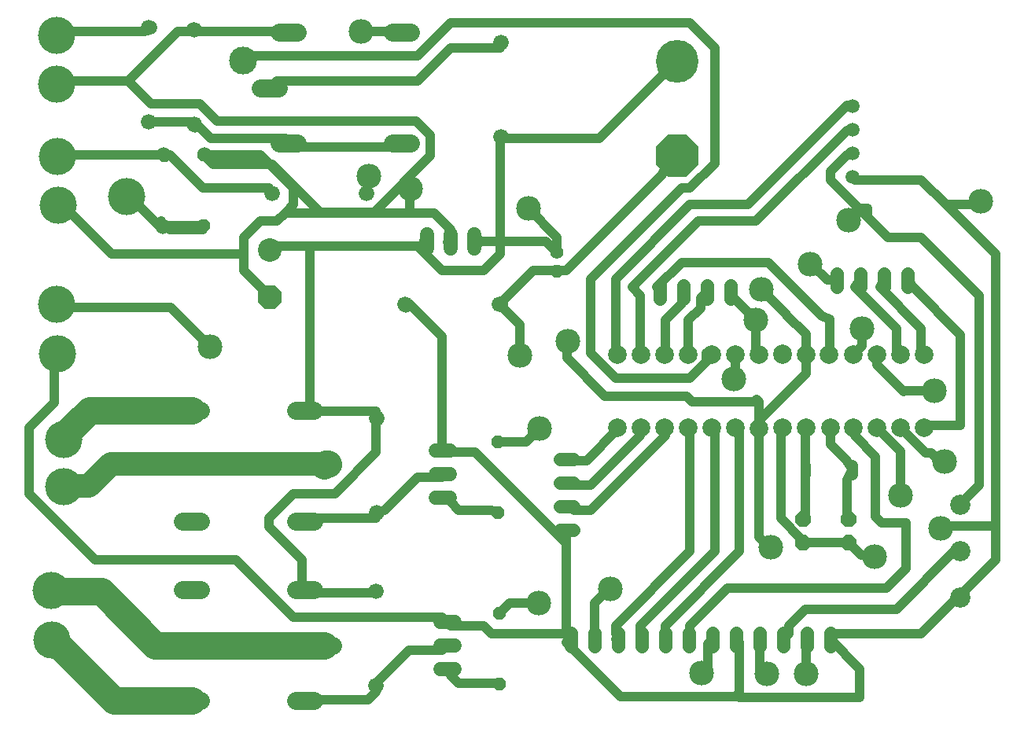
<source format=gbr>
G04 EAGLE Gerber RS-274X export*
G75*
%MOMM*%
%FSLAX34Y34*%
%LPD*%
%INBottom Copper*%
%IPPOS*%
%AMOC8*
5,1,8,0,0,1.08239X$1,22.5*%
G01*
%ADD10C,1.676400*%
%ADD11C,1.950000*%
%ADD12C,1.981200*%
%ADD13C,4.597400*%
%ADD14P,4.976180X8X292.500000*%
%ADD15C,1.524000*%
%ADD16P,1.539592X8X292.500000*%
%ADD17C,1.422400*%
%ADD18C,2.540000*%
%ADD19P,2.749271X8X292.500000*%
%ADD20R,1.298000X1.298000*%
%ADD21C,1.298000*%
%ADD22C,1.117600*%
%ADD23P,1.814519X8X292.500000*%
%ADD24C,1.508000*%
%ADD25C,1.422400*%
%ADD26P,1.429621X8X292.500000*%
%ADD27P,1.429621X8X112.500000*%
%ADD28C,2.184400*%
%ADD29C,1.016000*%
%ADD30C,2.667000*%
%ADD31C,3.000000*%
%ADD32C,2.540000*%
%ADD33C,4.000000*%
%ADD34C,3.000000*%
%ADD35C,1.206400*%
%ADD36C,2.000000*%
%ADD37C,1.000000*%
%ADD38C,1.500000*%


D10*
X226314Y813054D03*
X226314Y711454D03*
X359410Y634238D03*
X461010Y634238D03*
X275336Y810260D03*
X275336Y708660D03*
D11*
X127000Y803910D03*
X127000Y753110D03*
X127000Y673100D03*
X127000Y622300D03*
D12*
X346456Y748030D02*
X366268Y748030D01*
X366776Y688340D02*
X386588Y688340D01*
X386588Y807720D02*
X366776Y807720D01*
X488696Y807720D02*
X508508Y807720D01*
X508508Y688340D02*
X488696Y688340D01*
D13*
X795020Y776732D03*
D14*
X795020Y675132D03*
D10*
X605790Y797306D03*
X605790Y695706D03*
D15*
X526288Y590550D02*
X526288Y575310D01*
X551688Y575310D02*
X551688Y590550D01*
X577088Y590550D02*
X577088Y575310D01*
D16*
X666242Y550164D03*
D17*
X666242Y570484D03*
D18*
X356616Y573786D03*
D19*
X356616Y522986D03*
D20*
X731012Y381886D03*
D21*
X756412Y381886D03*
X781812Y381886D03*
X807212Y381886D03*
X832612Y381886D03*
X858012Y381886D03*
X883412Y381886D03*
X908812Y381886D03*
X934212Y381886D03*
X959612Y381886D03*
X985012Y381886D03*
X1010412Y381886D03*
X1035812Y381886D03*
X1061212Y381886D03*
X1061212Y460886D03*
X1035812Y460886D03*
X1010412Y460886D03*
X985012Y460886D03*
X959612Y460886D03*
X934212Y460886D03*
X908812Y460886D03*
X883412Y460886D03*
X858012Y460886D03*
X832612Y460886D03*
X807212Y460886D03*
X781812Y460886D03*
X756412Y460886D03*
X731012Y460886D03*
D10*
X502666Y515112D03*
X604266Y515112D03*
D22*
X984250Y342646D02*
X984250Y331470D01*
X933450Y331470D02*
X933450Y342646D01*
D23*
X979932Y283718D03*
X979932Y258318D03*
X930656Y283718D03*
X930656Y258318D03*
D24*
X984504Y728218D03*
X984504Y702818D03*
X984504Y677418D03*
X984504Y652018D03*
D25*
X960374Y161290D02*
X960374Y147066D01*
X934974Y147066D02*
X934974Y161290D01*
X909574Y161290D02*
X909574Y147066D01*
X884174Y147066D02*
X884174Y161290D01*
X858774Y161290D02*
X858774Y147066D01*
X807974Y147066D02*
X807974Y161290D01*
X833374Y161290D02*
X833374Y147066D01*
X680974Y147066D02*
X680974Y161290D01*
X782574Y161290D02*
X782574Y147066D01*
X757174Y147066D02*
X757174Y161290D01*
X731774Y161290D02*
X731774Y147066D01*
X706374Y147066D02*
X706374Y161290D01*
D11*
X129540Y464820D03*
X129540Y515620D03*
X131826Y369824D03*
X131826Y319024D03*
D12*
X405130Y341376D02*
X424942Y341376D01*
X404622Y401066D02*
X384810Y401066D01*
X384810Y281686D02*
X404622Y281686D01*
X282702Y281686D02*
X262890Y281686D01*
X262890Y401066D02*
X282702Y401066D01*
D26*
X601980Y367030D03*
X601980Y290830D03*
D10*
X472186Y290830D03*
X472186Y392430D03*
D15*
X535178Y306324D02*
X550418Y306324D01*
X550418Y331724D02*
X535178Y331724D01*
X535178Y357124D02*
X550418Y357124D01*
D27*
X285496Y599694D03*
X285496Y675894D03*
D26*
X243586Y675386D03*
X243586Y599186D03*
D11*
X122174Y154940D03*
X122174Y205740D03*
D12*
X405130Y147828D02*
X424942Y147828D01*
X404622Y207518D02*
X384810Y207518D01*
X384810Y88138D02*
X404622Y88138D01*
X282702Y88138D02*
X262890Y88138D01*
X262890Y207518D02*
X282702Y207518D01*
D10*
X471424Y104394D03*
X471424Y205994D03*
D15*
X540512Y122428D02*
X555752Y122428D01*
X555752Y147828D02*
X540512Y147828D01*
X540512Y173228D02*
X555752Y173228D01*
D26*
X604266Y182372D03*
X604266Y106172D03*
D25*
X669036Y272288D02*
X683260Y272288D01*
X683260Y297688D02*
X669036Y297688D01*
X669036Y323088D02*
X683260Y323088D01*
X683260Y348488D02*
X669036Y348488D01*
X966978Y533908D02*
X966978Y548132D01*
X992378Y548132D02*
X992378Y533908D01*
X1017778Y533908D02*
X1017778Y548132D01*
X1043178Y548132D02*
X1043178Y533908D01*
X852678Y535432D02*
X852678Y521208D01*
X827278Y521208D02*
X827278Y535432D01*
X801878Y535432D02*
X801878Y521208D01*
X776478Y521208D02*
X776478Y535432D01*
D28*
X1100074Y299174D03*
X1100074Y249174D03*
X1100074Y199174D03*
D29*
X222250Y808990D02*
X133350Y808990D01*
X222250Y808990D02*
X226314Y813054D01*
X133350Y808990D02*
X127000Y803910D01*
X133350Y675640D02*
X240030Y675640D01*
X243586Y675386D01*
X133350Y675640D02*
X127000Y673100D01*
X284480Y640080D02*
X355600Y640080D01*
X284480Y640080D02*
X248920Y675640D01*
X355600Y640080D02*
X359410Y634238D01*
X248920Y675640D02*
X243586Y675386D01*
X640080Y551180D02*
X666750Y551180D01*
X640080Y551180D02*
X604520Y515620D01*
X604266Y515112D01*
X666750Y551180D02*
X675640Y551180D01*
X779187Y654727D01*
X666750Y551180D02*
X666242Y550164D01*
X782997Y663109D02*
X795020Y675132D01*
X782997Y663109D02*
X779187Y654727D01*
X346710Y675640D02*
X284480Y675640D01*
X346710Y675640D02*
X382270Y640080D01*
X382270Y622300D01*
X373380Y613410D02*
X364490Y604520D01*
X373380Y613410D02*
X382270Y622300D01*
X364490Y604520D02*
X346710Y604520D01*
X328930Y586740D01*
X328930Y568960D02*
X328930Y551180D01*
X328930Y568960D02*
X328930Y586740D01*
X328930Y551180D02*
X355600Y524510D01*
X285496Y675894D02*
X284480Y675640D01*
X355600Y524510D02*
X356616Y522986D01*
X551180Y586740D02*
X551180Y595630D01*
X533400Y613410D01*
X507746Y613410D02*
X373380Y613410D01*
X507746Y613410D02*
X533400Y613410D01*
X551180Y586740D02*
X551688Y582930D01*
X373380Y808990D02*
X275590Y808990D01*
X373380Y808990D02*
X376682Y807720D01*
X127000Y753110D02*
X119152Y753110D01*
X257810Y808990D02*
X275590Y808990D01*
X257810Y808990D02*
X204470Y755650D01*
X133350Y755650D01*
X275590Y808990D02*
X275336Y810260D01*
X133350Y755650D02*
X127000Y753110D01*
X186690Y568960D02*
X328930Y568960D01*
X186690Y568960D02*
X133350Y622300D01*
X127000Y622300D01*
X604266Y515112D02*
X626110Y493268D01*
X626110Y460248D01*
D30*
X626110Y460248D03*
X508762Y639318D03*
D29*
X507746Y638302D01*
X507746Y613410D01*
X285496Y675894D02*
X284226Y675894D01*
X228854Y731266D02*
X204470Y755650D01*
X285496Y675894D02*
X285751Y675894D01*
X295954Y665691D02*
X359746Y665691D01*
X411011Y614426D01*
X295954Y665691D02*
X285751Y675894D01*
X411011Y614426D02*
X469216Y614426D01*
X529844Y675054D01*
X529844Y697178D01*
X514680Y712341D01*
X300505Y712341D01*
X281580Y731266D01*
X228854Y731266D01*
X231140Y711200D02*
X275590Y711200D01*
X231140Y711200D02*
X226314Y711454D01*
X293370Y693420D02*
X373380Y693420D01*
X293370Y693420D02*
X275590Y711200D01*
X373380Y693420D02*
X376682Y688340D01*
X275336Y708660D02*
X275590Y711200D01*
X382270Y684530D02*
X497840Y684530D01*
X498602Y688340D01*
X382270Y684530D02*
X376682Y688340D01*
X461010Y634238D02*
X461772Y635000D01*
X461772Y650494D01*
X463296Y652018D01*
X463296Y652780D01*
D30*
X463296Y652780D03*
X455422Y808482D03*
D29*
X497840Y808482D01*
X498602Y807720D01*
X551180Y791210D02*
X604520Y791210D01*
X551180Y791210D02*
X515620Y755650D01*
X364490Y755650D01*
X604520Y791210D02*
X605790Y797306D01*
X364490Y755650D02*
X356362Y748030D01*
X960120Y657860D02*
X977900Y675640D01*
X960120Y657860D02*
X960120Y648970D01*
X1000252Y608838D02*
X1022350Y586740D01*
X1000252Y608838D02*
X960120Y648970D01*
X1022350Y586740D02*
X1057910Y586740D01*
X1120140Y524510D01*
X1120140Y320040D01*
X1102360Y302260D01*
X984504Y677418D02*
X977900Y675640D01*
X1102360Y302260D02*
X1100074Y299174D01*
X883412Y264668D02*
X883412Y381886D01*
X891032Y257048D02*
X892048Y257048D01*
X895350Y253746D01*
X896366Y253746D01*
D30*
X896366Y253746D03*
X934466Y117094D03*
D29*
X934466Y153670D01*
X934974Y154178D01*
X891032Y257048D02*
X883412Y264668D01*
X706374Y193040D02*
X706374Y154178D01*
X706374Y193040D02*
X724154Y210820D01*
X724154Y209042D01*
X723646Y208534D01*
D30*
X723646Y208534D03*
D29*
X934212Y440423D02*
X934212Y460886D01*
X934212Y440423D02*
X883412Y389623D01*
X883412Y410086D01*
X883412Y389623D02*
X883412Y381886D01*
X883412Y410086D02*
X880748Y412750D01*
D30*
X635254Y617982D03*
D29*
X666242Y586994D01*
X666242Y570484D01*
X653796Y582930D01*
X577088Y582930D01*
X934212Y482356D02*
X934212Y460886D01*
X934212Y482356D02*
X913130Y503438D01*
X913130Y504190D01*
X886206Y531114D01*
D30*
X886206Y531114D03*
X979678Y605536D03*
D29*
X986790Y612648D02*
X987552Y612648D01*
X883412Y410086D02*
X811654Y410086D01*
X805688Y416052D01*
X717804Y416052D01*
X676656Y457200D02*
X676656Y475234D01*
X677672Y475234D01*
X677926Y475488D01*
D30*
X677926Y475488D03*
D29*
X676656Y457200D02*
X717804Y416052D01*
X979678Y605536D02*
X986790Y612648D01*
X992124Y617982D02*
X979678Y605536D01*
X992124Y617982D02*
X1000252Y617982D01*
X1000252Y608838D01*
X862330Y96520D02*
X862330Y91694D01*
X862330Y96520D02*
X862330Y142240D01*
X862330Y151130D01*
X862330Y91694D02*
X992124Y91694D01*
X992124Y122428D02*
X960374Y154178D01*
X992124Y122428D02*
X992124Y91694D01*
X862330Y151130D02*
X858774Y154178D01*
X986790Y648970D02*
X1057910Y648970D01*
X1084580Y622300D02*
X1137920Y568960D01*
X1084580Y622300D02*
X1057910Y648970D01*
X1137920Y276098D02*
X1137920Y240030D01*
X1137920Y276098D02*
X1137920Y568960D01*
X1137920Y240030D02*
X1102360Y204470D01*
X986790Y648970D02*
X984504Y652018D01*
X1102360Y204470D02*
X1100074Y199174D01*
X1057910Y160020D02*
X960120Y160020D01*
X1057910Y160020D02*
X1093470Y195580D01*
X960120Y160020D02*
X960374Y154178D01*
X1093470Y195580D02*
X1100074Y199174D01*
X542290Y364490D02*
X542290Y480060D01*
X506730Y515620D01*
X542290Y364490D02*
X542798Y357124D01*
X506730Y515620D02*
X502666Y515112D01*
X675640Y257810D02*
X675640Y160020D01*
X675640Y257810D02*
X675640Y266700D01*
X676148Y272288D01*
X586740Y168910D02*
X551180Y168910D01*
X586740Y168910D02*
X595630Y160020D01*
X675640Y160020D01*
X551180Y168910D02*
X548132Y173228D01*
X675640Y160020D02*
X680974Y154178D01*
X124460Y408940D02*
X124460Y462280D01*
X124460Y408940D02*
X97790Y382270D01*
X97790Y311150D01*
X168910Y240030D01*
X320040Y240030D01*
X382270Y177800D01*
X542290Y177800D01*
X129540Y464820D02*
X124460Y462280D01*
X542290Y177800D02*
X548132Y173228D01*
X551180Y355600D02*
X577850Y355600D01*
X675640Y257810D01*
X551180Y355600D02*
X542798Y357124D01*
X858012Y92202D02*
X862330Y96520D01*
X858012Y92202D02*
X734568Y92202D01*
X675640Y151130D01*
X858774Y154178D02*
X862330Y142240D01*
X680974Y154178D02*
X675640Y151130D01*
X906780Y284480D02*
X906780Y382270D01*
X906780Y284480D02*
X930448Y260812D01*
X908812Y381886D02*
X906780Y382270D01*
X930448Y260812D02*
X930656Y258318D01*
X979968Y258282D02*
X980948Y256540D01*
X979968Y258282D02*
X979932Y258318D01*
X980625Y258318D02*
X980948Y256540D01*
X980625Y258318D02*
X930656Y258318D01*
X880110Y497840D02*
X853440Y524510D01*
X882924Y460886D02*
X883412Y460886D01*
X882924Y460886D02*
X880110Y462074D01*
X853440Y524510D02*
X852678Y528320D01*
X957072Y541020D02*
X966978Y541020D01*
X939292Y557530D02*
X938784Y558038D01*
D30*
X938784Y558038D03*
D29*
X940562Y557530D02*
X957072Y541020D01*
X940562Y557530D02*
X939292Y557530D01*
D30*
X1122172Y626110D03*
D29*
X1118362Y622300D01*
X1084580Y622300D01*
X880110Y497840D02*
X880110Y462074D01*
D30*
X880110Y497840D03*
D29*
X979932Y258318D02*
X993394Y244856D01*
X1004316Y244856D01*
X1005586Y243586D01*
X1007618Y243586D01*
D30*
X1007618Y243586D03*
X1078992Y273812D03*
D29*
X1081278Y276098D01*
X1137920Y276098D01*
X933450Y337058D02*
X933450Y382270D01*
X934212Y381886D01*
X933450Y337058D02*
X933450Y285496D01*
X930656Y283718D01*
X977900Y288459D02*
X977900Y326475D01*
X984250Y337058D01*
X977900Y288459D02*
X979932Y283718D01*
X960120Y364490D02*
X960120Y382270D01*
X960120Y364490D02*
X977646Y346964D01*
X959612Y381886D02*
X960120Y382270D01*
X977646Y346964D02*
X984250Y337058D01*
X728980Y462280D02*
X728980Y542290D01*
X808990Y622300D01*
X871220Y622300D01*
X977900Y728980D01*
X731012Y460886D02*
X728980Y462280D01*
X977900Y728980D02*
X984504Y728218D01*
X755650Y524510D02*
X755650Y462280D01*
X755650Y524510D02*
X746760Y533400D01*
X817880Y604520D01*
X880110Y604520D01*
X977900Y702310D01*
X755650Y462280D02*
X756412Y460886D01*
X977900Y702310D02*
X984504Y702818D01*
X915670Y168910D02*
X915670Y160020D01*
X915670Y168910D02*
X933450Y186690D01*
X1031240Y186690D01*
X1093470Y248920D01*
X915670Y160020D02*
X909574Y154178D01*
X1093470Y248920D02*
X1100074Y249174D01*
X884174Y154178D02*
X884174Y122174D01*
X891794Y114554D01*
X891794Y117094D01*
D30*
X891794Y117094D03*
X1072134Y421894D03*
D29*
X1040638Y421894D01*
X1039368Y420624D01*
X1010412Y449580D01*
X1010412Y460886D01*
X833374Y154178D02*
X828040Y148844D01*
X828040Y124968D01*
X821944Y118872D01*
X821944Y117602D01*
D30*
X821944Y117602D03*
X994156Y488950D03*
D29*
X994156Y470030D01*
X985012Y460886D01*
X986790Y382270D02*
X986790Y373380D01*
X1009142Y351028D01*
X849630Y209550D02*
X808990Y168910D01*
X808990Y160020D01*
X985012Y381886D02*
X986790Y382270D01*
X808990Y160020D02*
X807974Y154178D01*
X1020826Y209550D02*
X1041654Y230378D01*
X1041654Y279400D01*
X1015746Y279400D01*
X1009142Y286004D02*
X1009142Y351028D01*
X1020826Y209550D02*
X849630Y209550D01*
X1009142Y286004D02*
X1015746Y279400D01*
X862330Y248920D02*
X862330Y382270D01*
X862330Y248920D02*
X782320Y168910D01*
X782320Y160020D01*
X858012Y381886D02*
X862330Y382270D01*
X782320Y160020D02*
X782574Y154178D01*
X835660Y248920D02*
X835660Y382270D01*
X835660Y248920D02*
X755650Y168910D01*
X755650Y160020D01*
X832612Y381886D02*
X835660Y382270D01*
X755650Y160020D02*
X757174Y154178D01*
X808990Y248920D02*
X808990Y382270D01*
X808990Y248920D02*
X728980Y168910D01*
X728980Y160020D01*
X807212Y381886D02*
X808990Y382270D01*
X728980Y160020D02*
X731774Y154178D01*
X858012Y440182D02*
X858012Y460886D01*
X856097Y438267D02*
X856097Y434654D01*
D30*
X856097Y434654D03*
X292354Y468884D03*
D29*
X249936Y511302D01*
X125222Y511302D01*
X123952Y511302D01*
X125222Y511302D02*
X129540Y515620D01*
X856097Y438267D02*
X858012Y440182D01*
D31*
X419100Y342900D02*
X416560Y342900D01*
X415036Y341376D01*
D32*
X162306Y319024D02*
X131826Y319024D01*
X186182Y342900D02*
X416560Y342900D01*
X186182Y342900D02*
X162306Y319024D01*
D31*
X131826Y369824D02*
X163068Y401066D01*
X272796Y401066D01*
D29*
X1035812Y381886D02*
X1062606Y355092D01*
X1068832Y355092D01*
X1077976Y345948D01*
X1083310Y345948D01*
D30*
X1083310Y345948D03*
X647192Y381000D03*
D29*
X633222Y367030D01*
X601980Y367030D01*
X595630Y293370D02*
X560070Y293370D01*
X551180Y302260D01*
X595630Y293370D02*
X601980Y290830D01*
X551180Y302260D02*
X542798Y306324D01*
X542290Y328930D02*
X515620Y328930D01*
X480060Y293370D01*
X542290Y328930D02*
X542798Y331724D01*
X480060Y293370D02*
X472186Y290830D01*
X471170Y284480D02*
X400050Y284480D01*
X394716Y281686D01*
X471170Y284480D02*
X472186Y290830D01*
X826770Y453390D02*
X826770Y462280D01*
X826770Y453390D02*
X808990Y435610D01*
X728980Y435610D01*
X702310Y462280D01*
X702310Y542290D01*
X800100Y640080D01*
X808990Y640080D01*
X835660Y666750D01*
X835660Y791210D01*
X808990Y817880D01*
X551180Y817880D01*
X515620Y782320D01*
X826770Y462280D02*
X832612Y460886D01*
X243586Y599186D02*
X240030Y604520D01*
X248920Y595630D02*
X284480Y595630D01*
X285496Y599694D01*
X248920Y595630D02*
X243586Y599186D01*
X237404Y599694D02*
X285496Y599694D01*
X206291Y630807D02*
X203124Y630807D01*
D33*
X203124Y630807D03*
D34*
X328071Y777395D03*
D29*
X332996Y782320D01*
X515620Y782320D01*
X237404Y599694D02*
X206291Y630807D01*
X506730Y142240D02*
X542290Y142240D01*
X506730Y142240D02*
X471170Y106680D01*
X542290Y142240D02*
X548132Y147828D01*
X471170Y106680D02*
X471424Y104394D01*
X462280Y88900D02*
X400050Y88900D01*
X462280Y88900D02*
X471170Y97790D01*
X400050Y88900D02*
X394716Y88138D01*
X471170Y97790D02*
X471424Y104394D01*
D31*
X175260Y205740D02*
X122174Y205740D01*
X233172Y147828D02*
X415036Y147828D01*
X233172Y147828D02*
X175260Y205740D01*
X122174Y154940D02*
X188976Y88138D01*
X272796Y88138D01*
D29*
X613410Y693420D02*
X711200Y693420D01*
X791210Y773430D01*
X613410Y693420D02*
X605790Y695706D01*
X791210Y773430D02*
X795020Y776732D01*
X400050Y577850D02*
X364490Y577850D01*
X400050Y577850D02*
X515620Y577850D01*
X524510Y577850D01*
X526288Y582930D01*
X364490Y577850D02*
X356616Y573786D01*
X400050Y204470D02*
X471170Y204470D01*
X471424Y205994D01*
X400050Y204470D02*
X394716Y207518D01*
X400050Y400050D02*
X471170Y400050D01*
X472186Y392430D01*
X400050Y400050D02*
X394716Y401066D01*
X391160Y240030D02*
X391160Y213360D01*
X391160Y240030D02*
X355600Y275590D01*
X355600Y284480D01*
X382270Y311150D01*
X426720Y311150D01*
X471170Y355600D01*
X471170Y391160D01*
X391160Y213360D02*
X394716Y207518D01*
X471170Y391160D02*
X472186Y392430D01*
X400050Y408940D02*
X400050Y577850D01*
X400050Y408940D02*
X394716Y401066D01*
X604520Y568960D02*
X604520Y693420D01*
X604520Y568960D02*
X586740Y551180D01*
X542290Y551180D01*
X515620Y577850D01*
X604520Y693420D02*
X605790Y695706D01*
X1010412Y381886D02*
X1035812Y356486D01*
X1035812Y309118D01*
D30*
X1035812Y309118D03*
X646430Y193294D03*
D29*
X615188Y193294D01*
X604266Y182372D01*
X604520Y106680D02*
X560070Y106680D01*
X551180Y115570D01*
X604266Y106172D02*
X604520Y106680D01*
X551180Y115570D02*
X548132Y122428D01*
X731012Y379984D02*
X731012Y381886D01*
X731012Y379984D02*
X697738Y346710D01*
X684530Y346710D01*
X676148Y348488D01*
X755650Y373380D02*
X755650Y382270D01*
X755650Y373380D02*
X702310Y320040D01*
X684530Y320040D01*
X755650Y382270D02*
X756412Y381886D01*
X684530Y320040D02*
X676148Y323088D01*
X782320Y373380D02*
X782320Y382270D01*
X782320Y373380D02*
X702310Y293370D01*
X684530Y293370D01*
X781812Y381886D02*
X782320Y382270D01*
X684530Y293370D02*
X676148Y297688D01*
X1100328Y384574D02*
X1100328Y482092D01*
X1049020Y533400D01*
X1043178Y541020D01*
X1063900Y384574D02*
X1100328Y384574D01*
X1063900Y384574D02*
X1061212Y381886D01*
X1057910Y462280D02*
X1057910Y488950D01*
X1013460Y533400D01*
X1057910Y462280D02*
X1061212Y460886D01*
X1013460Y533400D02*
X1017778Y541020D01*
X1031240Y488950D02*
X1031240Y462280D01*
X1031240Y488950D02*
X986790Y533400D01*
X1031240Y462280D02*
X1035812Y460886D01*
X986790Y533400D02*
X992378Y541020D01*
X827278Y528320D02*
X820420Y521462D01*
X807212Y497587D02*
X807212Y460886D01*
X820420Y510795D02*
X820420Y521462D01*
X820420Y510795D02*
X807212Y497587D01*
X782320Y497840D02*
X782320Y461394D01*
X782320Y497840D02*
X800100Y515620D01*
X800100Y524510D01*
X782320Y461394D02*
X781812Y460886D01*
X800100Y524510D02*
X801878Y528320D01*
X893318Y560070D02*
X951159Y502229D01*
X893318Y560070D02*
X800100Y560070D01*
X773430Y533400D01*
X959612Y499148D02*
X959612Y460886D01*
X959612Y499148D02*
X951159Y502229D01*
X776478Y528320D02*
X773430Y533400D01*
D35*
X960924Y153506D03*
X935611Y153506D03*
X909815Y154312D03*
X884280Y153946D03*
X858972Y153830D03*
X833315Y153714D03*
X808181Y153508D03*
X783103Y153341D03*
X757189Y153508D03*
X730606Y154009D03*
X705528Y153508D03*
X680729Y153269D03*
X676651Y271895D03*
X674966Y297664D03*
X676170Y322469D03*
X676651Y347516D03*
X548205Y172571D03*
X548373Y147278D03*
X548791Y121919D03*
X543083Y305803D03*
X542851Y330416D03*
X542521Y356142D03*
X776436Y528503D03*
X802131Y528456D03*
X827152Y528137D03*
X852707Y528215D03*
X967184Y540492D03*
X992150Y540908D03*
X1017813Y541116D03*
X1043231Y541117D03*
D36*
X1061239Y460782D03*
X1035922Y461003D03*
X1010455Y460770D03*
X984981Y460896D03*
X959215Y461178D03*
X934247Y460800D03*
X909027Y461367D03*
X909162Y461046D03*
X883584Y460863D03*
X858100Y461140D03*
X832490Y460576D03*
X807328Y461070D03*
X781810Y460888D03*
X756248Y460800D03*
X731046Y460787D03*
X731031Y381857D03*
X756457Y381761D03*
X782022Y381953D03*
X807204Y382146D03*
X832339Y382001D03*
X857919Y382124D03*
X883566Y381524D03*
X908924Y381680D03*
X934174Y381922D03*
X960342Y382309D03*
X984937Y381945D03*
X1010706Y381906D03*
X1035898Y382022D03*
X1060875Y382067D03*
D37*
X984563Y728409D03*
X984563Y702156D03*
X984897Y676905D03*
X984730Y651822D03*
X602365Y366641D03*
D33*
X127143Y804127D03*
X127143Y752348D03*
X128614Y674070D03*
X129158Y621311D03*
X127785Y514638D03*
X128617Y461342D03*
X134853Y369268D03*
X135353Y318800D03*
X121190Y206696D03*
X122568Y153408D03*
D38*
X227753Y812990D03*
X226254Y710554D03*
X276200Y707556D03*
X327644Y776013D03*
X377090Y806994D03*
X274702Y810991D03*
X500456Y808493D03*
X497459Y689068D03*
X374593Y688568D03*
X356113Y572141D03*
X358111Y523172D03*
X284191Y598624D03*
X241737Y597625D03*
X242237Y676576D03*
X286189Y676576D03*
X273957Y401294D03*
X395049Y401894D03*
X417829Y341910D03*
X393850Y281926D03*
X394072Y207870D03*
X417546Y147907D03*
X395071Y86945D03*
X271205Y86446D03*
X471987Y104435D03*
X471488Y204872D03*
X502953Y513464D03*
X605462Y514664D03*
X525733Y583646D03*
X550911Y581846D03*
X580285Y582446D03*
X795494Y777395D03*
X796093Y674822D03*
X605342Y695064D03*
X1122132Y626323D03*
M02*

</source>
